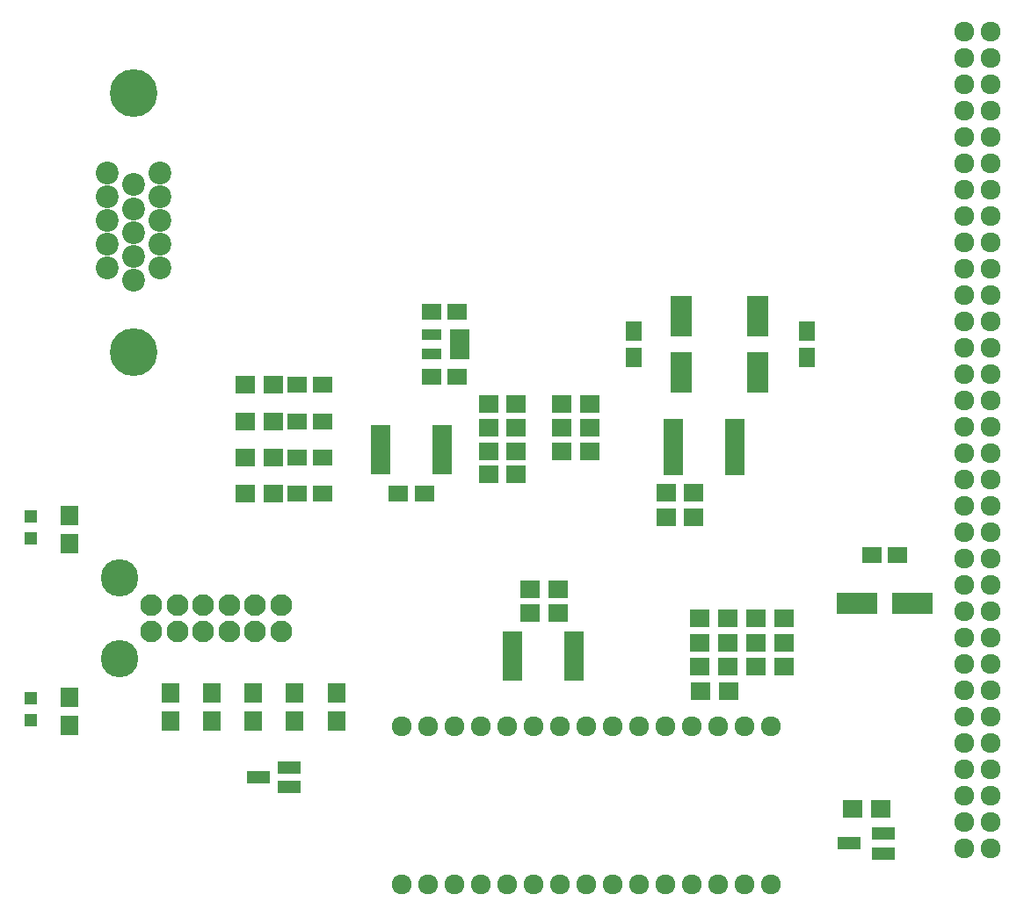
<source format=gbr>
G04 #@! TF.FileFunction,Soldermask,Top*
%FSLAX46Y46*%
G04 Gerber Fmt 4.6, Leading zero omitted, Abs format (unit mm)*
G04 Created by KiCad (PCBNEW 4.0.7-e2-6376~61~ubuntu18.04.1) date Sat Nov  7 22:51:52 2020*
%MOMM*%
%LPD*%
G01*
G04 APERTURE LIST*
%ADD10C,0.100000*%
%ADD11C,2.100000*%
%ADD12C,3.600000*%
%ADD13R,1.900000X1.650000*%
%ADD14R,1.650000X1.900000*%
%ADD15R,2.000000X3.900000*%
%ADD16C,1.924000*%
%ADD17R,2.200000X1.200000*%
%ADD18R,1.900000X1.700000*%
%ADD19R,1.900000X0.850000*%
%ADD20R,1.850000X0.850000*%
%ADD21R,1.960000X1.050000*%
%ADD22R,3.900000X2.000000*%
%ADD23R,1.700000X1.900000*%
%ADD24R,2.300000X1.200000*%
%ADD25R,1.300000X1.200000*%
%ADD26C,2.200000*%
%ADD27C,4.600000*%
G04 APERTURE END LIST*
D10*
D11*
X141790000Y-122470000D03*
X139290000Y-122470000D03*
X144290000Y-122470000D03*
X144290000Y-124970000D03*
X141790000Y-124970000D03*
X146790000Y-124970000D03*
X146790000Y-122470000D03*
X139290000Y-124970000D03*
X136790000Y-124970000D03*
X134290000Y-124970000D03*
X134290000Y-122470000D03*
X136790000Y-122470000D03*
D12*
X131240000Y-119820000D03*
X131240000Y-127620000D03*
D13*
X150792500Y-101219000D03*
X148292500Y-101219000D03*
X150792500Y-104711500D03*
X148292500Y-104711500D03*
X150792500Y-108204000D03*
X148292500Y-108204000D03*
X150792500Y-111696500D03*
X148292500Y-111696500D03*
X160571500Y-111696500D03*
X158071500Y-111696500D03*
D14*
X180721000Y-98532000D03*
X180721000Y-96032000D03*
D15*
X185356500Y-99982000D03*
X185356500Y-94582000D03*
X192722500Y-94582000D03*
X192722500Y-99982000D03*
D14*
X197421500Y-98532000D03*
X197421500Y-96032000D03*
D16*
X212547200Y-67183000D03*
X212547200Y-69723000D03*
X212547200Y-72263000D03*
X212547200Y-74803000D03*
X212547200Y-77343000D03*
X212547200Y-79883000D03*
X212547200Y-82423000D03*
X212547200Y-84963000D03*
X212547200Y-87503000D03*
X212547200Y-90043000D03*
X212547200Y-92583000D03*
X212547200Y-95123000D03*
X212547200Y-97663000D03*
X212547200Y-100203000D03*
X212547200Y-102743000D03*
X212547200Y-105283000D03*
X212547200Y-107823000D03*
X212547200Y-110363000D03*
X212547200Y-112903000D03*
X212547200Y-115443000D03*
X212547200Y-117983000D03*
X212547200Y-120523000D03*
X212547200Y-123063000D03*
X212547200Y-125603000D03*
X212547200Y-128143000D03*
X212547200Y-130683000D03*
X212547200Y-133223000D03*
X212547200Y-135763000D03*
X212547200Y-138303000D03*
X212547200Y-140843000D03*
X212547200Y-143383000D03*
X212547200Y-145923000D03*
X215087200Y-67183000D03*
X215087200Y-69723000D03*
X215087200Y-72263000D03*
X215087200Y-74803000D03*
X215087200Y-77343000D03*
X215087200Y-79883000D03*
X215087200Y-82423000D03*
X215087200Y-84963000D03*
X215087200Y-87503000D03*
X215087200Y-90043000D03*
X215087200Y-92583000D03*
X215087200Y-95123000D03*
X215087200Y-97663000D03*
X215087200Y-100203000D03*
X215087200Y-102743000D03*
X215087200Y-105283000D03*
X215087200Y-107823000D03*
X215087200Y-110363000D03*
X215087200Y-112903000D03*
X215087200Y-115443000D03*
X215087200Y-117983000D03*
X215087200Y-120523000D03*
X215087200Y-123063000D03*
X215087200Y-125603000D03*
X215087200Y-128143000D03*
X215087200Y-130683000D03*
X215087200Y-133223000D03*
X215087200Y-135763000D03*
X215087200Y-138303000D03*
X215087200Y-140843000D03*
X215087200Y-143383000D03*
X215087200Y-145923000D03*
D17*
X204824600Y-146365000D03*
X204824600Y-144465000D03*
X201524600Y-145415000D03*
D18*
X186550000Y-114000000D03*
X183850000Y-114000000D03*
X169447200Y-103047800D03*
X166747200Y-103047800D03*
X169450000Y-105300000D03*
X166750000Y-105300000D03*
X169450000Y-107600000D03*
X166750000Y-107600000D03*
X169450000Y-109850000D03*
X166750000Y-109850000D03*
X146066500Y-111696500D03*
X143366500Y-111696500D03*
X146066500Y-108204000D03*
X143366500Y-108204000D03*
X146066500Y-104711500D03*
X143366500Y-104711500D03*
X146066500Y-101219000D03*
X143366500Y-101219000D03*
X183850000Y-111600000D03*
X186550000Y-111600000D03*
X192528200Y-123698000D03*
X195228200Y-123698000D03*
X187143400Y-123698000D03*
X189843400Y-123698000D03*
X204524600Y-142049500D03*
X201824600Y-142049500D03*
X170735000Y-123190000D03*
X173435000Y-123190000D03*
X187168800Y-130759200D03*
X189868800Y-130759200D03*
X192528200Y-128397000D03*
X195228200Y-128397000D03*
X187143400Y-128397000D03*
X189843400Y-128397000D03*
X192528200Y-126060200D03*
X195228200Y-126060200D03*
X187143400Y-126060200D03*
X189843400Y-126060200D03*
D19*
X190450000Y-109475000D03*
X190450000Y-108825000D03*
X190450000Y-108175000D03*
X190450000Y-107525000D03*
X190450000Y-106875000D03*
X190450000Y-106225000D03*
X190450000Y-105575000D03*
X190450000Y-104925000D03*
X184550000Y-104925000D03*
X184550000Y-105575000D03*
X184550000Y-106225000D03*
X184550000Y-106875000D03*
X184550000Y-107525000D03*
X184550000Y-108175000D03*
X184550000Y-108825000D03*
X184550000Y-109475000D03*
D16*
X193967100Y-134112000D03*
X191427100Y-134112000D03*
X188887100Y-134112000D03*
X186347100Y-134112000D03*
X183807100Y-134112000D03*
X181267100Y-134112000D03*
X178727100Y-134112000D03*
X176187100Y-134112000D03*
X173647100Y-134112000D03*
X171107100Y-134112000D03*
X168567100Y-134112000D03*
X166027100Y-134112000D03*
X163487100Y-134112000D03*
X160947100Y-134112000D03*
X158407100Y-134112000D03*
X158407100Y-149352000D03*
X160947100Y-149352000D03*
X163487100Y-149352000D03*
X166027100Y-149352000D03*
X168567100Y-149352000D03*
X171107100Y-149352000D03*
X173647100Y-149352000D03*
X176187100Y-149352000D03*
X178727100Y-149352000D03*
X181267100Y-149352000D03*
X183807100Y-149352000D03*
X186347100Y-149352000D03*
X188887100Y-149352000D03*
X191427100Y-149352000D03*
X193967100Y-149352000D03*
D20*
X156371500Y-105492000D03*
X156371500Y-106142000D03*
X156371500Y-106792000D03*
X156371500Y-107442000D03*
X156371500Y-108092000D03*
X156371500Y-108742000D03*
X156371500Y-109392000D03*
X162271500Y-109392000D03*
X162271500Y-108742000D03*
X162271500Y-108092000D03*
X162271500Y-107442000D03*
X162271500Y-106792000D03*
X162271500Y-106142000D03*
X162271500Y-105492000D03*
X169109600Y-125431000D03*
X169109600Y-126081000D03*
X169109600Y-126731000D03*
X169109600Y-127381000D03*
X169109600Y-128031000D03*
X169109600Y-128681000D03*
X169109600Y-129331000D03*
X175009600Y-129331000D03*
X175009600Y-128681000D03*
X175009600Y-128031000D03*
X175009600Y-127381000D03*
X175009600Y-126731000D03*
X175009600Y-126081000D03*
X175009600Y-125431000D03*
D13*
X161259200Y-100406200D03*
X163759200Y-100406200D03*
X163759200Y-94157800D03*
X161259200Y-94157800D03*
D21*
X163986200Y-98232000D03*
X163986200Y-97282000D03*
X163986200Y-96332000D03*
X161286200Y-96332000D03*
X161286200Y-98232000D03*
D13*
X203677200Y-117652800D03*
X206177200Y-117652800D03*
D22*
X202227200Y-122301000D03*
X207627200Y-122301000D03*
D18*
X170735000Y-120904000D03*
X173435000Y-120904000D03*
X173850000Y-103050000D03*
X176550000Y-103050000D03*
X173850000Y-105300000D03*
X176550000Y-105300000D03*
X173850000Y-107600000D03*
X176550000Y-107600000D03*
D23*
X136100000Y-133650000D03*
X136100000Y-130950000D03*
X144100000Y-133600000D03*
X144100000Y-130900000D03*
X148100000Y-130900000D03*
X148100000Y-133600000D03*
X152100000Y-130900000D03*
X152100000Y-133600000D03*
D24*
X147600000Y-140000000D03*
X147600000Y-138100000D03*
X144600000Y-139050000D03*
D23*
X140100000Y-133650000D03*
X140100000Y-130950000D03*
D25*
X122710000Y-113900000D03*
X122710000Y-116000000D03*
X122710000Y-133540000D03*
X122710000Y-131440000D03*
D23*
X126400000Y-116550000D03*
X126400000Y-113850000D03*
X126400000Y-131350000D03*
X126400000Y-134050000D03*
D26*
X135090000Y-85356000D03*
X130010000Y-85356000D03*
X130010000Y-87647080D03*
X130010000Y-89938160D03*
X130010000Y-83064920D03*
X130010000Y-80773840D03*
X132550000Y-81927000D03*
X132550000Y-84218080D03*
X132550000Y-86509160D03*
X132550000Y-88800240D03*
X132550000Y-91091320D03*
X135090000Y-83064920D03*
X135090000Y-80773840D03*
X135090000Y-87647080D03*
X135090000Y-89938160D03*
D27*
X132550000Y-98101720D03*
X132550000Y-73118280D03*
M02*

</source>
